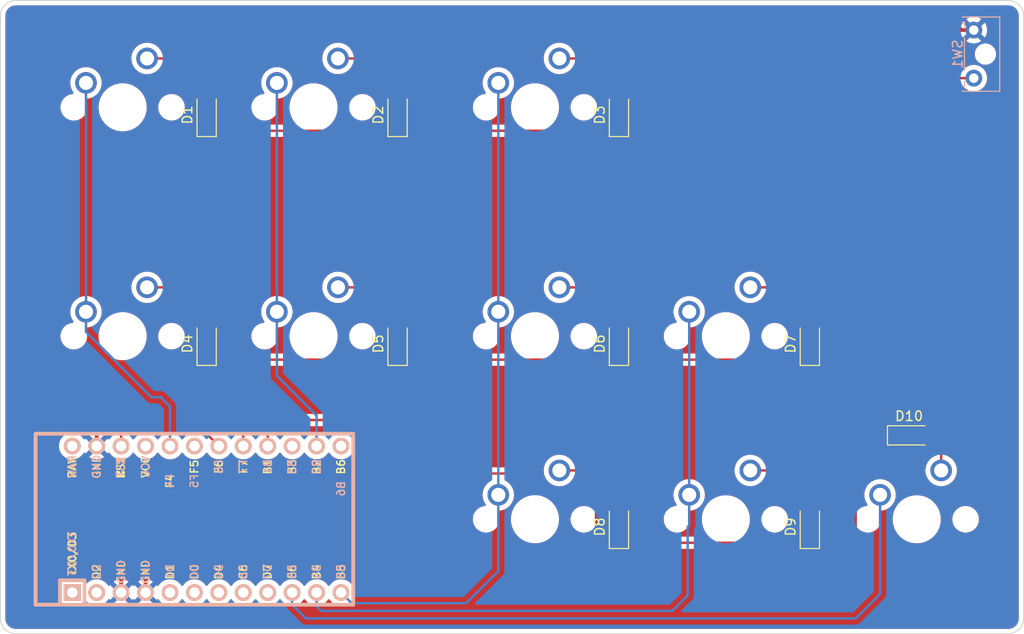
<source format=kicad_pcb>
(kicad_pcb (version 20211014) (generator pcbnew)
  (layers (0 "F.Cu" signal) (31 "B.Cu" signal) (34 "B.Paste" user) (35 "F.Paste" user) (36 "B.SilkS" user "B.Silkscreen") (37 "F.SilkS" user "F.Silkscreen") (38 "B.Mask" user) (39 "F.Mask" user) (44 "Edge.Cuts" user))
  (net 0 "")
  (net 1 "/ROW0")
  (net 2 "Net-(D1-Pad2)")
  (net 3 "Net-(D2-Pad2)")
  (net 4 "Net-(D3-Pad2)")
  (net 5 "/ROW1")
  (net 6 "Net-(D4-Pad2)")
  (net 7 "Net-(D5-Pad2)")
  (net 8 "Net-(D6-Pad2)")
  (net 9 "Net-(D7-Pad2)")
  (net 10 "/ROW2")
  (net 11 "Net-(D8-Pad2)")
  (net 12 "Net-(D9-Pad2)")
  (net 13 "Net-(D10-Pad2)")
  (net 14 "/COL0")
  (net 15 "/COL1")
  (net 16 "/COL2")
  (net 17 "/COL3")
  (net 18 "/COL4")
  (net 19 "GND")
  (net 20 "Net-(SW1-Pad1)")
  (net 28 "+5V")
  (footprint "Diode_SMD:D_SOD-123" (layer "F.Cu") (at 150.01875 73.81875 90)
    (fp_text reference "D4" (at 0 -2 90) (layer "F.SilkS"))
    (fp_text value "D_Small")
    (fp_line (start -2.25 -1) (end 1.65 -1) (layer "F.SilkS") (width 0.12))
    (fp_line (start -2.25 -1) (end -2.25 1) (layer "F.SilkS") (width 0.12))
    (fp_line (start -2.25 1) (end 1.65 1) (layer "F.SilkS") (width 0.12))
    (pad "1" smd rect (at -1.65 0 90) (size 0.9 1.2) (layers "F.Cu" "F.Paste" "F.Mask") (net 5 "/ROW1"))
    (pad "2" smd rect (at 1.65 0 90) (size 0.9 1.2) (layers "F.Cu" "F.Paste" "F.Mask") (net 6 "Net-(D4-Pad2)"))
  )
  (footprint "Diode_SMD:D_SOD-123" (layer "F.Cu") (at 212.725 73.81875 90)
    (fp_text reference "D7" (at 0 -2 90) (layer "F.SilkS"))
    (fp_text value "D_Small")
    (fp_line (start -2.25 -1) (end -2.25 1) (layer "F.SilkS") (width 0.12))
    (fp_line (start -2.25 1) (end 1.65 1) (layer "F.SilkS") (width 0.12))
    (fp_line (start -2.25 -1) (end 1.65 -1) (layer "F.SilkS") (width 0.12))
    (pad "1" smd rect (at -1.65 0 90) (size 0.9 1.2) (layers "F.Cu" "F.Paste" "F.Mask") (net 5 "/ROW1"))
    (pad "2" smd rect (at 1.65 0 90) (size 0.9 1.2) (layers "F.Cu" "F.Paste" "F.Mask") (net 9 "Net-(D7-Pad2)"))
  )
  (footprint "MX_Only:MXOnly-1U-NoLED" (layer "F.Cu") (at 184.15 49.2125)
    (fp_text reference "MX3")
    (fp_text value "MX-NoLED")
    (pad "" np_thru_hole circle locked (at 0 0) (size 3.9878 3.9878) (drill 3.9878) (layers *.Cu *.Mask))
    (pad "" np_thru_hole circle locked (at -5.08 0 48.0996) (size 1.75 1.75) (drill 1.75) (layers *.Cu *.Mask))
    (pad "" np_thru_hole circle locked (at 5.08 0 48.0996) (size 1.75 1.75) (drill 1.75) (layers *.Cu *.Mask))
    (pad "1" thru_hole circle locked (at -3.81 -2.54) (size 2.25 2.25) (drill 1.47) (layers *.Cu "B.Mask") (net 16 "/COL2"))
    (pad "2" thru_hole circle locked (at 2.54 -5.08) (size 2.25 2.25) (drill 1.47) (layers *.Cu "B.Mask") (net 4 "Net-(D3-Pad2)"))
  )
  (footprint "MX_Only:MXOnly-1U-NoLED" (layer "F.Cu") (at 203.99375 73.025)
    (fp_text reference "MX7")
    (fp_text value "MX-NoLED")
    (pad "" np_thru_hole circle locked (at 5.08 0 48.0996) (size 1.75 1.75) (drill 1.75) (layers *.Cu *.Mask))
    (pad "" np_thru_hole circle locked (at 0 0) (size 3.9878 3.9878) (drill 3.9878) (layers *.Cu *.Mask))
    (pad "" np_thru_hole circle locked (at -5.08 0 48.0996) (size 1.75 1.75) (drill 1.75) (layers *.Cu *.Mask))
    (pad "1" thru_hole circle locked (at -3.81 -2.54) (size 2.25 2.25) (drill 1.47) (layers *.Cu "B.Mask") (net 17 "/COL3"))
    (pad "2" thru_hole circle locked (at 2.54 -5.08) (size 2.25 2.25) (drill 1.47) (layers *.Cu "B.Mask") (net 9 "Net-(D7-Pad2)"))
  )
  (footprint "MX_Only:MXOnly-1U-NoLED" (layer "F.Cu") (at 161.13125 73.025)
    (fp_text reference "MX5")
    (fp_text value "MX-NoLED")
    (pad "" np_thru_hole circle locked (at 5.08 0 48.0996) (size 1.75 1.75) (drill 1.75) (layers *.Cu *.Mask))
    (pad "" np_thru_hole circle locked (at -5.08 0 48.0996) (size 1.75 1.75) (drill 1.75) (layers *.Cu *.Mask))
    (pad "" np_thru_hole circle locked (at 0 0) (size 3.9878 3.9878) (drill 3.9878) (layers *.Cu *.Mask))
    (pad "1" thru_hole circle locked (at -3.81 -2.54) (size 2.25 2.25) (drill 1.47) (layers *.Cu "B.Mask") (net 15 "/COL1"))
    (pad "2" thru_hole circle locked (at 2.54 -5.08) (size 2.25 2.25) (drill 1.47) (layers *.Cu "B.Mask") (net 7 "Net-(D5-Pad2)"))
  )
  (footprint "MX_Only:MXOnly-1U-NoLED" (layer "F.Cu") (at 161.13125 49.2125)
    (fp_text reference "MX2")
    (fp_text value "MX-NoLED")
    (pad "" np_thru_hole circle locked (at 5.08 0 48.0996) (size 1.75 1.75) (drill 1.75) (layers *.Cu *.Mask))
    (pad "" np_thru_hole circle locked (at 0 0) (size 3.9878 3.9878) (drill 3.9878) (layers *.Cu *.Mask))
    (pad "" np_thru_hole circle locked (at -5.08 0 48.0996) (size 1.75 1.75) (drill 1.75) (layers *.Cu *.Mask))
    (pad "1" thru_hole circle locked (at -3.81 -2.54) (size 2.25 2.25) (drill 1.47) (layers *.Cu "B.Mask") (net 15 "/COL1"))
    (pad "2" thru_hole circle locked (at 2.54 -5.08) (size 2.25 2.25) (drill 1.47) (layers *.Cu "B.Mask") (net 3 "Net-(D2-Pad2)"))
  )
  (footprint "MX_Only:MXOnly-1U-NoLED" (layer "F.Cu") (at 141.2875 73.025)
    (fp_text reference "MX4")
    (fp_text value "MX-NoLED")
    (pad "" np_thru_hole circle locked (at 0 0) (size 3.9878 3.9878) (drill 3.9878) (layers *.Cu *.Mask))
    (pad "" np_thru_hole circle locked (at -5.08 0 48.0996) (size 1.75 1.75) (drill 1.75) (layers *.Cu *.Mask))
    (pad "" np_thru_hole circle locked (at 5.08 0 48.0996) (size 1.75 1.75) (drill 1.75) (layers *.Cu *.Mask))
    (pad "1" thru_hole circle locked (at -3.81 -2.54) (size 2.25 2.25) (drill 1.47) (layers *.Cu "B.Mask") (net 14 "/COL0"))
    (pad "2" thru_hole circle locked (at 2.54 -5.08) (size 2.25 2.25) (drill 1.47) (layers *.Cu "B.Mask") (net 6 "Net-(D4-Pad2)"))
  )
  (footprint "MX_Only:MXOnly-1U-NoLED" (layer "F.Cu") (at 184.15 73.025)
    (fp_text reference "MX6")
    (fp_text value "MX-NoLED")
    (pad "" np_thru_hole circle locked (at -5.08 0 48.0996) (size 1.75 1.75) (drill 1.75) (layers *.Cu *.Mask))
    (pad "" np_thru_hole circle locked (at 5.08 0 48.0996) (size 1.75 1.75) (drill 1.75) (layers *.Cu *.Mask))
    (pad "" np_thru_hole circle locked (at 0 0) (size 3.9878 3.9878) (drill 3.9878) (layers *.Cu *.Mask))
    (pad "1" thru_hole circle locked (at -3.81 -2.54) (size 2.25 2.25) (drill 1.47) (layers *.Cu "B.Mask") (net 16 "/COL2"))
    (pad "2" thru_hole circle locked (at 2.54 -5.08) (size 2.25 2.25) (drill 1.47) (layers *.Cu "B.Mask") (net 8 "Net-(D6-Pad2)"))
  )
  (footprint "Diode_SMD:D_SOD-123" (layer "F.Cu") (at 192.88125 92.86875 90)
    (fp_text reference "D8" (at 0 -2 90) (layer "F.SilkS"))
    (fp_text value "D_Small")
    (fp_line (start -2.25 -1) (end 1.65 -1) (layer "F.SilkS") (width 0.12))
    (fp_line (start -2.25 1) (end 1.65 1) (layer "F.SilkS") (width 0.12))
    (fp_line (start -2.25 -1) (end -2.25 1) (layer "F.SilkS") (width 0.12))
    (pad "1" smd rect (at -1.65 0 90) (size 0.9 1.2) (layers "F.Cu" "F.Paste" "F.Mask") (net 10 "/ROW2"))
    (pad "2" smd rect (at 1.65 0 90) (size 0.9 1.2) (layers "F.Cu" "F.Paste" "F.Mask") (net 11 "Net-(D8-Pad2)"))
  )
  (footprint "Diode_SMD:D_SOD-123" (layer "F.Cu") (at 212.725 92.86875 90)
    (fp_text reference "D9" (at 0 -2 90) (layer "F.SilkS"))
    (fp_text value "D_Small")
    (fp_line (start -2.25 -1) (end 1.65 -1) (layer "F.SilkS") (width 0.12))
    (fp_line (start -2.25 1) (end 1.65 1) (layer "F.SilkS") (width 0.12))
    (fp_line (start -2.25 -1) (end -2.25 1) (layer "F.SilkS") (width 0.12))
    (pad "1" smd rect (at -1.65 0 90) (size 0.9 1.2) (layers "F.Cu" "F.Paste" "F.Mask") (net 10 "/ROW2"))
    (pad "2" smd rect (at 1.65 0 90) (size 0.9 1.2) (layers "F.Cu" "F.Paste" "F.Mask") (net 12 "Net-(D9-Pad2)"))
  )
  (footprint "Diode_SMD:D_SOD-123" (layer "F.Cu") (at 169.8625 73.81875 90)
    (fp_text reference "D5" (at 0 -2 90) (layer "F.SilkS"))
    (fp_text value "D_Small")
    (fp_line (start -2.25 -1) (end 1.65 -1) (layer "F.SilkS") (width 0.12))
    (fp_line (start -2.25 1) (end 1.65 1) (layer "F.SilkS") (width 0.12))
    (fp_line (start -2.25 -1) (end -2.25 1) (layer "F.SilkS") (width 0.12))
    (pad "1" smd rect (at -1.65 0 90) (size 0.9 1.2) (layers "F.Cu" "F.Paste" "F.Mask") (net 5 "/ROW1"))
    (pad "2" smd rect (at 1.65 0 90) (size 0.9 1.2) (layers "F.Cu" "F.Paste" "F.Mask") (net 7 "Net-(D5-Pad2)"))
  )
  (footprint "Diode_SMD:D_SOD-123" (layer "F.Cu") (at 192.88125 73.81875 90)
    (fp_text reference "D6" (at 0 -2 90) (layer "F.SilkS"))
    (fp_text value "D_Small")
    (fp_line (start -2.25 -1) (end 1.65 -1) (layer "F.SilkS") (width 0.12))
    (fp_line (start -2.25 1) (end 1.65 1) (layer "F.SilkS") (width 0.12))
    (fp_line (start -2.25 -1) (end -2.25 1) (layer "F.SilkS") (width 0.12))
    (pad "1" smd rect (at -1.65 0 90) (size 0.9 1.2) (layers "F.Cu" "F.Paste" "F.Mask") (net 5 "/ROW1"))
    (pad "2" smd rect (at 1.65 0 90) (size 0.9 1.2) (layers "F.Cu" "F.Paste" "F.Mask") (net 8 "Net-(D6-Pad2)"))
  )
  (footprint "MX_Only:MXOnly-1U-NoLED" (layer "F.Cu") (at 203.99375 92.075)
    (fp_text reference "MX9")
    (fp_text value "MX-NoLED")
    (pad "" np_thru_hole circle locked (at 0 0) (size 3.9878 3.9878) (drill 3.9878) (layers *.Cu *.Mask))
    (pad "" np_thru_hole circle locked (at 5.08 0 48.0996) (size 1.75 1.75) (drill 1.75) (layers *.Cu *.Mask))
    (pad "" np_thru_hole circle locked (at -5.08 0 48.0996) (size 1.75 1.75) (drill 1.75) (layers *.Cu *.Mask))
    (pad "1" thru_hole circle locked (at -3.81 -2.54) (size 2.25 2.25) (drill 1.47) (layers *.Cu "B.Mask") (net 17 "/COL3"))
    (pad "2" thru_hole circle locked (at 2.54 -5.08) (size 2.25 2.25) (drill 1.47) (layers *.Cu "B.Mask") (net 12 "Net-(D9-Pad2)"))
  )
  (footprint "MX_Only:MXOnly-1U-NoLED" (layer "F.Cu") (at 184.15 92.075)
    (fp_text reference "MX8")
    (fp_text value "MX-NoLED")
    (pad "" np_thru_hole circle locked (at 5.08 0 48.0996) (size 1.75 1.75) (drill 1.75) (layers *.Cu *.Mask))
    (pad "" np_thru_hole circle locked (at -5.08 0 48.0996) (size 1.75 1.75) (drill 1.75) (layers *.Cu *.Mask))
    (pad "" np_thru_hole circle locked (at 0 0) (size 3.9878 3.9878) (drill 3.9878) (layers *.Cu *.Mask))
    (pad "1" thru_hole circle locked (at -3.81 -2.54) (size 2.25 2.25) (drill 1.47) (layers *.Cu "B.Mask") (net 16 "/COL2"))
    (pad "2" thru_hole circle locked (at 2.54 -5.08) (size 2.25 2.25) (drill 1.47) (layers *.Cu "B.Mask") (net 11 "Net-(D8-Pad2)"))
  )
  (footprint "Diode_SMD:D_SOD-123" (layer "F.Cu") (at 150.01875 50.00625 90)
    (fp_text reference "D1" (at 0 -2 90) (layer "F.SilkS"))
    (fp_text value "D_Small")
    (fp_line (start -2.25 1) (end 1.65 1) (layer "F.SilkS") (width 0.12))
    (fp_line (start -2.25 -1) (end 1.65 -1) (layer "F.SilkS") (width 0.12))
    (fp_line (start -2.25 -1) (end -2.25 1) (layer "F.SilkS") (width 0.12))
    (pad "1" smd rect (at -1.65 0 90) (size 0.9 1.2) (layers "F.Cu" "F.Paste" "F.Mask") (net 1 "/ROW0"))
    (pad "2" smd rect (at 1.65 0 90) (size 0.9 1.2) (layers "F.Cu" "F.Paste" "F.Mask") (net 2 "Net-(D1-Pad2)"))
  )
  (footprint "Keebio-Parts:ArduinoProMicro" (layer "F.Cu") (at 150.01875 92.075)
    (fp_text reference "U1" hide)
    (fp_text value "ProMicro" hide)
    (fp_text user "GND" (at -8.89 5.461 90) (layer "B.SilkS") (effects (font (size 0.8 0.8)) (justify mirror)))
    (fp_text user "D0" (at -1.27 5.461 90) (layer "B.SilkS") (effects (font (size 0.8 0.8)) (justify mirror)))
    (fp_text user "F5" (at -1.27 -3.96875 90) (layer "B.SilkS") (effects (font (size 0.8 0.8)) (justify mirror)))
    (fp_text user "B1" (at 6.35 -5.461 90) (layer "B.SilkS") (effects (font (size 0.8 0.8)) (justify mirror)))
    (fp_text user "VCC" (at -6.35 -5.461 90) (layer "B.SilkS") (effects (font (size 0.8 0.8)) (justify mirror)))
    (fp_text user "F7" (at 3.81 -5.461 90) (layer "B.SilkS") (effects (font (size 0.8 0.8)) (justify mirror)))
    (fp_text user "C6" (at 3.81 5.461 90) (layer "B.SilkS") (effects (font (size 0.8 0.8)) (justify mirror)))
    (fp_text user "ST" (at -8.91 -5.04 90) (layer "B.SilkS") (effects (font (size 0.8 0.8)) (justify mirror)))
    (fp_text user "F4" (at -3.81 -3.96875 90) (layer "B.SilkS") (effects (font (size 0.8 0.8)) (justify mirror)))
    (fp_text user "RAW" (at -13.97 -5.461 90) (layer "B.SilkS") (effects (font (size 0.8 0.8)) (justify mirror)))
    (fp_text user "F6" (at 1.27 -5.461 90) (layer "B.SilkS") (effects (font (size 0.8 0.8)) (justify mirror)))
    (fp_text user "B6" (at 13.97 -3.175 90) (layer "B.SilkS") (effects (font (size 0.8 0.8)) (justify mirror)))
    (fp_text user "B2" (at 11.43 -5.461 90) (layer "B.SilkS") (effects (font (size 0.8 0.8)) (justify mirror)))
    (fp_text user "D1" (at -3.81 5.461 90) (layer "B.SilkS") (effects (font (size 0.8 0.8)) (justify mirror)))
    (fp_text user "D7" (at 6.35 5.461 90) (layer "B.SilkS") (effects (font (size 0.8 0.8)) (justify mirror)))
    (fp_text user "D2" (at -11.43 5.461 90) (layer "B.SilkS") (effects (font (size 0.8 0.8)) (justify mirror)))
    (fp_text user "B4" (at 11.43 5.461 90) (layer "B.SilkS") (effects (font (size 0.8 0.8)) (justify mirror)))
    (fp_text user "E6" (at 8.89 5.461 90) (layer "B.SilkS") (effects (font (size 0.8 0.8)) (justify mirror)))
    (fp_text user "B3" (at 8.89 -5.461 90) (layer "B.SilkS") (effects (font (size 0.8 0.8)) (justify mirror)))
    (fp_text user "GND" (at -6.35 5.461 90) (layer "B.SilkS") (effects (font (size 0.8 0.8)) (justify mirror)))
    (fp_text user "B5" (at 13.97 5.461 90) (layer "B.SilkS") (effects (font (size 0.8 0.8)) (justify mirror)))
    (fp_text user "TX0/D3" (at -13.97 3.571872 90) (layer "B.SilkS") (effects (font (size 0.8 0.8)) (justify mirror)))
    (fp_text user "D4" (at 1.27 5.461 90) (layer "B.SilkS") (effects (font (size 0.8 0.8)) (justify mirror)))
    (fp_text user "GND" (at -11.43 -5.461 90) (layer "B.SilkS") (effects (font (size 0.8 0.8)) (justify mirror)))
    (fp_text user "B4" (at 11.43 5.461 90) (layer "F.SilkS") (effects (font (size 0.8 0.8))))
    (fp_text user "GND" (at -6.35 5.461 90) (layer "F.SilkS") (effects (font (size 0.8 0.8))))
    (fp_text user "TX0/D3" (at -13.97 3.571872 90) (layer "F.SilkS") (effects (font (size 0.8 0.8))))
    (fp_text user "ST" (at -8.92 -5.73312 90) (layer "F.SilkS") (effects (font (size 0.8 0.8))))
    (fp_text user "D4" (at 1.27 5.461 90) (layer "F.SilkS") (effects (font (size 0.8 0.8))))
    (fp_text user "E6" (at 8.89 5.461 90) (layer "F.SilkS") (effects (font (size 0.8 0.8))))
    (fp_text user "RAW" (at -13.97 -5.461 90) (layer "F.SilkS") (effects (font (size 0.8 0.8))))
    (fp_text user "B2" (at 11.43 -5.461 90) (layer "F.SilkS") (effects (font (size 0.8 0.8))))
    (fp_text user "B6" (at 13.97 -5.461 90) (layer "F.SilkS") (effects (font (size 0.8 0.8))))
    (fp_text user "F6" (at 1.27 -5.461 90) (layer "F.SilkS") (effects (font (size 0.8 0.8))))
    (fp_text user "F7" (at 3.81 -5.461 90) (layer "F.SilkS") (effects (font (size 0.8 0.8))))
    (fp_text user "D2" (at -11.43 5.461 90) (layer "F.SilkS") (effects (font (size 0.8 0.8))))
    (fp_text user "C6" (at 3.81 5.461 90) (layer "F.SilkS") (effects (font (size 0.8 0.8))))
    (fp_text user "D7" (at 6.35 5.461 90) (layer "F.SilkS") (effects (font (size 0.8 0.8))))
    (fp_text user "B5" (at 13.97 5.461 90) (layer "F.SilkS") (effects (font (size 0.8 0.8))))
    (fp_text user "B3" (at 8.89 -5.461 90) (layer "F.SilkS") (effects (font (size 0.8 0.8))))
    (fp_text user "GND" (at -11.43 -5.461 90) (layer "F.SilkS") (effects (font (size 0.8 0.8))))
    (fp_text user "VCC" (at -6.35 -5.461 90) (layer "F.SilkS") (effects (font (size 0.8 0.8))))
    (fp_text user "F4" (at -3.81 -3.96875 90) (layer "F.SilkS") (effects (font (size 0.8 0.8))))
    (fp_text user "GND" (at -8.89 5.461 90) (layer "F.SilkS") (effects (font (size 0.8 0.8))))
    (fp_text user "F5" (at -1.27 -5.461 90) (layer "F.SilkS") (effects (font (size 0.8 0.8))))
    (fp_text user "D0" (at -1.27 5.461 90) (layer "F.SilkS") (effects (font (size 0.8 0.8))))
    (fp_text user "D1" (at -3.81 5.461 90) (layer "F.SilkS") (effects (font (size 0.8 0.8))))
    (fp_text user "B1" (at 6.35 -5.461 90) (layer "F.SilkS") (effects (font (size 0.8 0.8))))
    (fp_line (start -12.7 6.35) (end -12.7 8.89) (layer "B.SilkS") (width 0.381))
    (fp_line (start 15.24 8.89) (end 15.24 -8.89) (layer "B.SilkS") (width 0.381))
    (fp_line (start -15.24 6.35) (end -12.7 6.35) (layer "B.SilkS") (width 0.381))
    (fp_line (start 15.24 -8.89) (end -17.78 -8.89) (layer "B.SilkS") (width 0.381))
    (fp_line (start -17.78 8.89) (end 15.24 8.89) (layer "B.SilkS") (width 0.381))
    (fp_line (start -15.24 6.35) (end -15.24 8.89) (layer "B.SilkS") (width 0.381))
    (fp_line (start -17.78 -8.89) (end -17.78 8.89) (layer "B.SilkS") (width 0.381))
    (fp_poly (pts (xy -8.75097 -5.844635) (xy -8.55097 -5.844635) (xy -8.55097 -5.944635) (xy -8.75097 -5.944635)) (layer "B.SilkS") (width 0.15) (fill solid))
    (fp_poly (pts (xy -9.35097 -6.244635) (xy -8.55097 -6.244635) (xy -8.55097 -6.344635) (xy -9.35097 -6.344635)) (layer "B.SilkS") (width 0.15) (fill solid))
    (fp_poly (pts (xy -9.35097 -5.844635) (xy -9.25097 -5.844635) (xy -9.25097 -6.344635) (xy -9.35097 -6.344635)) (layer "B.SilkS") (width 0.15) (fill solid))
    (fp_poly (pts (xy -9.35097 -5.844635) (xy -9.05097 -5.844635) (xy -9.05097 -5.944635) (xy -9.35097 -5.944635)) (layer "B.SilkS") (width 0.15) (fill solid))
    (fp_poly (pts (xy -8.95097 -6.044635) (xy -8.85097 -6.044635) (xy -8.85097 -6.144635) (xy -8.95097 -6.144635)) (layer "B.SilkS") (width 0.15) (fill solid))
    (fp_line (start -15.24 6.35) (end -12.7 6.35) (layer "F.SilkS") (width 0.381))
    (fp_line (start -12.7 6.35) (end -12.7 8.89) (layer "F.SilkS") (width 0.381))
    (fp_line (start 15.24 8.89) (end 15.24 -8.89) (layer "F.SilkS") (width 0.381))
    (fp_line (start -17.78 -8.89) (end -17.78 8.89) (layer "F.SilkS") (width 0.381))
    (fp_line (start -15.24 8.89) (end 15.24 8.89) (layer "F.SilkS") (width 0.381))
    (fp_line (start 15.24 -8.89) (end -15.24 -8.89) (layer "F.SilkS") (width 0.381))
    (fp_line (start -15.24 -8.89) (end -17.78 -8.89) (layer "F.SilkS") (width 0.381))
    (fp_line (start -15.24 6.35) (end -15.24 8.89) (layer "F.SilkS") (width 0.381))
    (fp_line (start -17.78 8.89) (end -15.24 8.89) (layer "F.SilkS") (width 0.381))
    (fp_poly (pts (xy -8.76064 -4.931568) (xy -8.56064 -4.931568) (xy -8.56064 -4.831568) (xy -8.76064 -4.831568)) (layer "F.SilkS") (width 0.15) (fill solid))
    (fp_poly (pts (xy -8.96064 -4.731568) (xy -8.86064 -4.731568) (xy -8.86064 -4.631568) (xy -8.96064 -4.631568)) (layer "F.SilkS") (width 0.15) (fill solid))
    (fp_poly (pts (xy -9.36064 -4.531568) (xy -8.56064 -4.531568) (xy -8.56064 -4.431568) (xy -9.36064 -4.431568)) (layer "F.SilkS") (width 0.15) (fill solid))
    (fp_poly (pts (xy -9.36064 -4.931568) (xy -9.06064 -4.931568) (xy -9.06064 -4.831568) (xy -9.36064 -4.831568)) (layer "F.SilkS") (width 0.15) (fill solid))
    (fp_poly (pts (xy -9.36064 -4.931568) (xy -9.26064 -4.931568) (xy -9.26064 -4.431568) (xy -9.36064 -4.431568)) (layer "F.SilkS") (width 0.15) (fill solid))
    (pad "1" thru_hole rect locked (at -13.97 7.62) (size 1.7526 1.7526) (drill 1.0922) (layers *.Cu *.SilkS *.Mask))
    (pad "2" thru_hole circle locked (at -11.43 7.62) (size 1.7526 1.7526) (drill 1.0922) (layers *.Cu *.SilkS *.Mask))
    (pad "3" thru_hole circle locked (at -8.89 7.62) (size 1.7526 1.7526) (drill 1.0922) (layers *.Cu *.SilkS *.Mask) (net 19 "GND"))
    (pad "4" thru_hole circle locked (at -6.35 7.62) (size 1.7526 1.7526) (drill 1.0922) (layers *.Cu *.SilkS *.Mask) (net 19 "GND"))
    (pad "5" thru_hole circle locked (at -3.81 7.62) (size 1.7526 1.7526) (drill 1.0922) (layers *.Cu *.SilkS *.Mask))
    (pad "6" thru_hole circle locked (at -1.27 7.62) (size 1.7526 1.7526) (drill 1.0922) (layers *.Cu *.SilkS *.Mask))
    (pad "7" thru_hole circle locked (at 1.27 7.62) (size 1.7526 1.7526) (drill 1.0922) (layers *.Cu *.SilkS *.Mask))
    (pad "8" thru_hole circle locked (at 3.81 7.62) (size 1.7526 1.7526) (drill 1.0922) (layers *.Cu *.SilkS *.Mask))
    (pad "9" thru_hole circle locked (at 6.35 7.62) (size 1.7526 1.7526) (drill 1.0922) (layers *.Cu *.SilkS *.Mask))
    (pad "10" thru_hole circle locked (at 8.89 7.62) (size 1.7526 1.7526) (drill 1.0922) (layers *.Cu *.SilkS *.Mask) (net 18 "/COL4"))
    (pad "11" thru_hole circle locked (at 11.43 7.62) (size 1.7526 1.7526) (drill 1.0922) (layers *.Cu *.SilkS *.Mask) (net 17 "/COL3"))
    (pad "12" thru_hole circle locked (at 13.97 7.62) (size 1.7526 1.7526) (drill 1.0922) (layers *.Cu *.SilkS *.Mask) (net 16 "/COL2"))
    (pad "13" thru_hole circle locked (at 13.97 -7.62) (size 1.7526 1.7526) (drill 1.0922) (layers *.Cu *.SilkS *.Mask))
    (pad "14" thru_hole circle locked (at 11.43 -7.62) (size 1.7526 1.7526) (drill 1.0922) (layers *.Cu *.SilkS *.Mask) (net 15 "/COL1"))
    (pad "15" thru_hole circle locked (at 8.89 -7.62) (size 1.7526 1.7526) (drill 1.0922) (layers *.Cu *.SilkS *.Mask))
    (pad "16" thru_hole circle locked (at 6.35 -7.62) (size 1.7526 1.7526) (drill 1.0922) (layers *.Cu *.SilkS *.Mask) (net 10 "/ROW2"))
    (pad "17" thru_hole circle locked (at 3.81 -7.62) (size 1.7526 1.7526) (drill 1.0922) (layers *.Cu *.SilkS *.Mask) (net 5 "/ROW1"))
    (pad "18" thru_hole circle locked (at 1.27 -7.62) (size 1.7526 1.7526) (drill 1.0922) (layers *.Cu *.SilkS *.Mask) (net 1 "/ROW0"))
    (pad "19" thru_hole circle locked (at -1.27 -7.62) (size 1.7526 1.7526) (drill 1.0922) (layers *.Cu *.SilkS *.Mask))
    (pad "20" thru_hole circle locked (at -3.81 -7.62) (size 1.7526 1.7526) (drill 1.0922) (layers *.Cu *.SilkS *.Mask) (net 14 "/COL0"))
    (pad "21" thru_hole circle locked (at -6.35 -7.62) (size 1.7526 1.7526) (drill 1.0922) (layers *.Cu *.SilkS *.Mask) (net 28 "+5V"))
    (pad "22" thru_hole circle locked (at -8.89 -7.62) (size 1.7526 1.7526) (drill 1.0922) (layers *.Cu *.SilkS *.Mask) (net 20 "Net-(SW1-Pad1)"))
    (pad "23" thru_hole circle locked (at -11.43 -7.62) (size 1.7526 1.7526) (drill 1.0922) (layers *.Cu *.SilkS *.Mask) (net 19 "GND"))
    (pad "24" thru_hole circle locked (at -13.97 -7.62) (size 1.7526 1.7526) (drill 1.0922) (layers *.Cu *.SilkS *.Mask))
  )
  (footprint "F14:f14" (layer "F.Cu") (at 208.75625 52.3875)
    (fp_text reference "G***" hide)
    (fp_text value "LOGO" hide)
  )
  (footprint "Diode_SMD:D_SOD-123" (layer "F.Cu") (at 192.88125 50.00625 90)
    (fp_text reference "D3" (at 0 -2 90) (layer "F.SilkS"))
    (fp_text value "D_Small")
    (fp_line (start -2.25 1) (end 1.65 1) (layer "F.SilkS") (width 0.12))
    (fp_line (start -2.25 -1) (end -2.25 1) (layer "F.SilkS") (width 0.12))
    (fp_line (start -2.25 -1) (end 1.65 -1) (layer "F.SilkS") (width 0.12))
    (pad "1" smd rect (at -1.65 0 90) (size 0.9 1.2) (layers "F.Cu" "F.Paste" "F.Mask") (net 1 "/ROW0"))
    (pad "2" smd rect (at 1.65 0 90) (size 0.9 1.2) (layers "F.Cu" "F.Paste" "F.Mask") (net 4 "Net-(D3-Pad2)"))
  )
  (footprint "MX_Only:MXOnly-1U-NoLED" (layer "F.Cu") (at 223.8375 92.075)
    (fp_text reference "MX10")
    (fp_text value "MX-NoLED")
    (pad "" np_thru_hole circle locked (at 0 0) (size 3.9878 3.9878) (drill 3.9878) (layers *.Cu *.Mask))
    (pad "" np_thru_hole circle locked (at 5.08 0 48.0996) (size 1.75 1.75) (drill 1.75) (layers *.Cu *.Mask))
    (pad "" np_thru_hole circle locked (at -5.08 0 48.0996) (size 1.75 1.75) (drill 1.75) (layers *.Cu *.Mask))
    (pad "1" thru_hole circle locked (at -3.81 -2.54) (size 2.25 2.25) (drill 1.47) (layers *.Cu "B.Mask") (net 18 "/COL4"))
    (pad "2" thru_hole circle locked (at 2.54 -5.08) (size 2.25 2.25) (drill 1.47) (layers *.Cu "B.Mask") (net 13 "Net-(D10-Pad2)"))
  )
  (footprint "Diode_SMD:D_SOD-123" (layer "F.Cu") (at 169.8625 50.00625 90)
    (fp_text reference "D2" (at 0 -2 90) (layer "F.SilkS"))
    (fp_text value "D_Small")
    (fp_line (start -2.25 -1) (end -2.25 1) (layer "F.SilkS") (width 0.12))
    (fp_line (start -2.25 1) (end 1.65 1) (layer "F.SilkS") (width 0.12))
    (fp_line (start -2.25 -1) (end 1.65 -1) (layer "F.SilkS") (width 0.12))
    (pad "1" smd rect (at -1.65 0 90) (size 0.9 1.2) (layers "F.Cu" "F.Paste" "F.Mask") (net 1 "/ROW0"))
    (pad "2" smd rect (at 1.65 0 90) (size 0.9 1.2) (layers "F.Cu" "F.Paste" "F.Mask") (net 3 "Net-(D2-Pad2)"))
  )
  (footprint "MX_Only:MXOnly-1U-NoLED" (layer "F.Cu") (at 141.2875 49.2125)
    (fp_text reference "MX1")
    (fp_text value "MX-NoLED")
    (pad "" np_thru_hole circle locked (at 0 0) (size 3.9878 3.9878) (drill 3.9878) (layers *.Cu *.Mask))
    (pad "" np_thru_hole circle locked (at -5.08 0 48.0996) (size 1.75 1.75) (drill 1.75) (layers *.Cu *.Mask))
    (pad "" np_thru_hole circle locked (at 5.08 0 48.0996) (size 1.75 1.75) (drill 1.75) (layers *.Cu *.Mask))
    (pad "1" thru_hole circle locked (at -3.81 -2.54) (size 2.25 2.25) (drill 1.47) (layers *.Cu "B.Mask") (net 14 "/COL0"))
    (pad "2" thru_hole circle locked (at 2.54 -5.08) (size 2.25 2.25) (drill 1.47) (layers *.Cu "B.Mask") (net 2 "Net-(D1-Pad2)"))
  )
  (footprint "Diode_SMD:D_SOD-123" (layer "F.Cu") (at 223.04375 83.34375)
    (fp_text reference "D10" (at 0 -2) (layer "F.SilkS"))
    (fp_text value "D_Small")
    (fp_line (start -2.25 -1) (end -2.25 1) (layer "F.SilkS") (width 0.12))
    (fp_line (start -2.25 -1) (end 1.65 -1) (layer "F.SilkS") (width 0.12))
    (fp_line (start -2.25 1) (end 1.65 1) (layer "F.SilkS") (width 0.12))
    (pad "1" smd rect (at -1.65 0) (size 0.9 1.2) (layers "F.Cu" "F.Paste" "F.Mask") (net 10 "/ROW2"))
    (pad "2" smd rect (at 1.65 0) (size 0.9 1.2) (layers "F.Cu" "F.Paste" "F.Mask") (net 13 "Net-(D10-Pad2)"))
  )
  (footprint "Keebio-Parts:SW_Tactile_SPST_Angled_MJTP1117-no-mount" (layer "B.Cu") (at 229.76875 46.18125 90)
    (fp_text reference "SW1" (at 2.5 -1.68 90) (layer "B.SilkS") (effects (justify mirror)))
    (fp_text value "SW_Push")
    (fp_line (start 5.84 -0.97) (end 5.84 -1.2) (layer "B.SilkS") (width 0.12))
    (fp_line (start 5.3 -0.97) (end 5.84 -0.97) (layer "B.SilkS") (width 0.12))
    (fp_line (start 0.8 -0.97) (end 4.2 -0.97) (layer "B.SilkS") (width 0.12))
    (fp_line (start 6.36 2.7) (end 6.36 -1.2) (layer "B.SilkS") (width 0.12))
    (fp_line (start -1.36 2.7) (end -1.36 -1.2) (layer "B.SilkS") (width 0.12))
    (fp_line (start -0.84 -0.97) (end -0.3 -0.97) (layer "B.SilkS") (width 0.12))
    (fp_line (start -0.84 -0.97) (end -0.84 -1.2) (layer "B.SilkS") (width 0.12))
    (fp_line (start -1.36 2.7) (end 6.36 2.7) (layer "B.SilkS") (width 0.12))
    (pad "" np_thru_hole circle locked (at 2.5 1.21 90) (size 1.2 1.2) (drill 1.2) (layers *.Cu *.Mask))
    (pad "1" thru_hole circle locked (at 0 0 90) (size 1.75 1.75) (drill 0.99) (layers *.Cu *.Mask) (net 20 "Net-(SW1-Pad1)"))
    (pad "2" thru_hole circle locked (at 5 0 90) (size 1.75 1.75) (drill 0.99) (layers *.Cu *.Mask) (net 19 "GND"))
  )
  (footprint "F14:F14firing" (layer "B.Cu") (at 215.9 51.835327 180)
    (fp_text reference "G***" hide)
    (fp_text value "LOGO" hide)
  )
  (gr_line (start 128.5875 102.39375) (end 128.5875 39.6875) (layer "Edge.Cuts") (width 0.1))
  (gr_arc (start 128.5875 39.6875) (mid 129.052468 38.564968) (end 130.175 38.1) (layer "Edge.Cuts") (width 0.1))
  (gr_line (start 234.95 39.6875) (end 234.95 102.39375) (layer "Edge.Cuts") (width 0.1))
  (gr_arc (start 130.175 103.98125) (mid 129.052468 103.516282) (end 128.5875 102.39375) (layer "Edge.Cuts") (width 0.1))
  (gr_arc (start 233.3625 38.1) (mid 234.485032 38.564968) (end 234.95 39.6875) (layer "Edge.Cuts") (width 0.1))
  (gr_line (start 130.175 38.1) (end 233.3625 38.1) (layer "Edge.Cuts") (width 0.1))
  (gr_line (start 233.3625 103.98125) (end 130.175 103.98125) (layer "Edge.Cuts") (width 0.1))
  (gr_arc (start 234.95 102.39375) (mid 234.485032 103.516282) (end 233.3625 103.98125) (layer "Edge.Cuts") (width 0.1))
  (segment (start 149.092239 82.258489) (end 151.28875 84.455) (width 0.254) (layer "F.Cu") (net 1))
  (segment (start 150.945261 52.582761) (end 150.945261 72.839217) (width 0.254) (layer "F.Cu") (net 1))
  (segment (start 150.01875 51.65625) (end 150.945261 52.582761) (width 0.254) (layer "F.Cu") (net 1))
  (segment (start 192.88125 51.65625) (end 150.01875 51.65625) (width 0.254) (layer "F.Cu") (net 1))
  (segment (start 150.945261 72.839217) (end 149.092239 74.692239) (width 0.254) (layer "F.Cu") (net 1))
  (segment (start 149.092239 74.692239) (end 149.092239 82.258489) (width 0.254) (layer "F.Cu") (net 1))
  (segment (start 148.11375 44.1325) (end 150.01875 46.0375) (width 0.254) (layer "F.Cu") (net 2))
  (segment (start 143.8275 44.1325) (end 148.11375 44.1325) (width 0.254) (layer "F.Cu") (net 2))
  (segment (start 150.01875 46.0375) (end 150.01875 48.35625) (width 0.254) (layer "F.Cu") (net 2))
  (segment (start 163.67125 44.1325) (end 167.9575 44.1325) (width 0.254) (layer "F.Cu") (net 3))
  (segment (start 167.9575 44.1325) (end 169.8625 46.0375) (width 0.254) (layer "F.Cu") (net 3))
  (segment (start 169.8625 46.0375) (end 169.8625 48.35625) (width 0.254) (layer "F.Cu") (net 3))
  (segment (start 186.69 44.1325) (end 190.97625 44.1325) (width 0.254) (layer "F.Cu") (net 4))
  (segment (start 192.88125 46.0375) (end 192.88125 48.35625) (width 0.254) (layer "F.Cu") (net 4))
  (segment (start 190.97625 44.1325) (end 192.88125 46.0375) (width 0.254) (layer "F.Cu") (net 4))
  (segment (start 150.8125 82.55) (end 153.19375 82.55) (width 0.254) (layer "F.Cu") (net 5))
  (segment (start 150.01875 75.46875) (end 150.01875 81.75625) (width 0.254) (layer "F.Cu") (net 5))
  (segment (start 153.19375 82.55) (end 153.82875 83.185) (width 0.254) (layer "F.Cu") (net 5))
  (segment (start 153.82875 83.185) (end 153.82875 84.455) (width 0.254) (layer "F.Cu") (net 5))
  (segment (start 150.01875 81.75625) (end 150.8125 82.55) (width 0.254) (layer "F.Cu") (net 5))
  (segment (start 212.725 75.46875) (end 150.01875 75.46875) (width 0.254) (layer "F.Cu") (net 5))
  (segment (start 148.11375 67.945) (end 150.01875 69.85) (width 0.254) (layer "F.Cu") (net 6))
  (segment (start 150.01875 69.85) (end 150.01875 72.16875) (width 0.254) (layer "F.Cu") (net 6))
  (segment (start 143.8275 67.945) (end 148.11375 67.945) (width 0.254) (layer "F.Cu") (net 6))
  (segment (start 167.9575 67.945) (end 169.8625 69.85) (width 0.254) (layer "F.Cu") (net 7))
  (segment (start 163.67125 67.945) (end 167.9575 67.945) (width 0.254) (layer "F.Cu") (net 7))
  (segment (start 169.8625 69.85) (end 169.8625 72.16875) (width 0.254) (layer "F.Cu") (net 7))
  (segment (start 190.97625 67.945) (end 192.88125 69.85) (width 0.254) (layer "F.Cu") (net 8))
  (segment (start 186.69 67.945) (end 190.97625 67.945) (width 0.254) (layer "F.Cu") (net 8))
  (segment (start 192.88125 69.85) (end 192.88125 72.16875) (width 0.254) (layer "F.Cu") (net 8))
  (segment (start 212.725 69.85) (end 212.725 72.16875) (width 0.254) (layer "F.Cu") (net 9))
  (segment (start 210.82 67.945) (end 212.725 69.85) (width 0.254) (layer "F.Cu") (net 9))
  (segment (start 206.53375 67.945) (end 210.82 67.945) (width 0.254) (layer "F.Cu") (net 9))
  (segment (start 215.8375 94.51875) (end 212.725 94.51875) (width 0.254) (layer "F.Cu") (net 10))
  (segment (start 157.1625 81.75625) (end 156.36875 82.55) (width 0.254) (layer "F.Cu") (net 10))
  (segment (start 156.36875 82.55) (end 156.36875 84.455) (width 0.254) (layer "F.Cu") (net 10))
  (segment (start 221.39375 83.34375) (end 218.28125 83.34375) (width 0.254) (layer "F.Cu") (net 10))
  (segment (start 190.5 89.69375) (end 189.70625 88.9) (width 0.254) (layer "F.Cu") (net 10))
  (segment (start 189.70625 88.9) (end 183.35625 88.9) (width 0.254) (layer "F.Cu") (net 10))
  (segment (start 183.35625 88.9) (end 181.76875 87.3125) (width 0.254) (layer "F.Cu") (net 10))
  (segment (start 192.88125 94.51875) (end 191.35625 94.51875) (width 0.254) (layer "F.Cu") (net 10))
  (segment (start 217.4875 92.86875) (end 215.8375 94.51875) (width 0.254) (layer "F.Cu") (net 10))
  (segment (start 173.0375 87.3125) (end 167.48125 81.75625) (width 0.254) (layer "F.Cu") (net 10))
  (segment (start 190.5 93.6625) (end 190.5 89.69375) (width 0.254) (layer "F.Cu") (net 10))
  (segment (start 212.725 94.51875) (end 192.88125 94.51875) (width 0.254) (layer "F.Cu") (net 10))
  (segment (start 181.76875 87.3125) (end 173.0375 87.3125) (width 0.254) (layer "F.Cu") (net 10))
  (segment (start 218.28125 83.34375) (end 217.4875 84.1375) (width 0.254) (layer "F.Cu") (net 10))
  (segment (start 191.35625 94.51875) (end 190.5 93.6625) (width 0.254) (layer "F.Cu") (net 10))
  (segment (start 167.48125 81.75625) (end 163.5125 81.75625) (width 0.254) (layer "F.Cu") (net 10))
  (segment (start 163.5125 81.75625) (end 157.1625 81.75625) (width 0.254) (layer "F.Cu") (net 10))
  (segment (start 217.4875 84.1375) (end 217.4875 92.86875) (width 0.254) (layer "F.Cu") (net 10))
  (segment (start 186.69 86.995) (end 190.97625 86.995) (width 0.254) (layer "F.Cu") (net 11))
  (segment (start 190.97625 86.995) (end 192.88125 88.9) (width 0.254) (layer "F.Cu") (net 11))
  (segment (start 192.88125 88.9) (end 192.88125 91.21875) (width 0.254) (layer "F.Cu") (net 11))
  (segment (start 206.53375 86.995) (end 210.02625 86.995) (width 0.254) (layer "F.Cu") (net 12))
  (segment (start 212.725 89.69375) (end 212.725 91.21875) (width 0.254) (layer "F.Cu") (net 12))
  (segment (start 210.02625 86.995) (end 212.725 89.69375) (width 0.254) (layer "F.Cu") (net 12))
  (segment (start 226.3775 83.5025) (end 226.21875 83.34375) (width 0.254) (layer "F.Cu") (net 13))
  (segment (start 226.21875 83.34375) (end 224.69375 83.34375) (width 0.254) (layer "F.Cu") (net 13))
  (segment (start 226.3775 86.995) (end 226.3775 83.5025) (width 0.254) (layer "F.Cu") (net 13))
  (segment (start 137.4775 72.567283) (end 144.285217 79.375) (width 0.254) (layer "B.Cu") (net 14))
  (segment (start 145.25625 79.375) (end 146.20875 80.3275) (width 0.254) (layer "B.Cu") (net 14))
  (segment (start 144.285217 79.375) (end 145.25625 79.375) (width 0.254) (layer "B.Cu") (net 14))
  (segment (start 146.20875 80.3275) (end 146.20875 84.455) (width 0.254) (layer "B.Cu") (net 14))
  (segment (start 137.4775 46.6725) (end 137.4775 70.485) (width 0.254) (layer "B.Cu") (net 14))
  (segment (start 137.4775 70.485) (end 137.4775 72.567283) (width 0.254) (layer "B.Cu") (net 14))
  (segment (start 157.32125 46.6725) (end 157.32125 70.485) (width 0.254) (layer "B.Cu") (net 15))
  (segment (start 157.32125 70.485) (end 157.32125 77.1525) (width 0.254) (layer "B.Cu") (net 15))
  (segment (start 161.44875 81.28) (end 161.44875 84.455) (width 0.254) (layer "B.Cu") (net 15))
  (segment (start 157.32125 77.1525) (end 161.44875 81.28) (width 0.254) (layer "B.Cu") (net 15))
  (segment (start 180.34 97.4725) (end 177.00625 100.80625) (width 0.254) (layer "B.Cu") (net 16))
  (segment (start 165.1 100.80625) (end 163.98875 99.695) (width 0.254) (layer "B.Cu") (net 16))
  (segment (start 180.34 89.535) (end 180.34 97.4725) (width 0.254) (layer "B.Cu") (net 16))
  (segment (start 180.34 46.6725) (end 180.34 89.535) (width 0.254) (layer "B.Cu") (net 16))
  (segment (start 177.00625 100.80625) (end 165.1 100.80625) (width 0.254) (layer "B.Cu") (net 16))
  (segment (start 161.925 101.6) (end 161.44875 101.12375) (width 0.254) (layer "B.Cu") (net 17))
  (segment (start 198.4375 101.6) (end 161.925 101.6) (width 0.254) (layer "B.Cu") (net 17))
  (segment (start 200.18375 92.71) (end 200.025 92.86875) (width 0.254) (layer "B.Cu") (net 17))
  (segment (start 200.18375 89.535) (end 200.18375 92.71) (width 0.254) (layer "B.Cu") (net 17))
  (segment (start 200.025 92.86875) (end 200.025 100.0125) (width 0.254) (layer "B.Cu") (net 17))
  (segment (start 200.025 100.0125) (end 198.4375 101.6) (width 0.254) (layer "B.Cu") (net 17))
  (segment (start 161.44875 101.12375) (end 161.44875 99.695) (width 0.254) (layer "B.Cu") (net 17))
  (segment (start 200.18375 70.485) (end 200.18375 89.535) (width 0.254) (layer "B.Cu") (net 17))
  (segment (start 158.90875 100.965) (end 158.90875 99.695) (width 0.254) (layer "B.Cu") (net 18))
  (segment (start 160.3375 102.39375) (end 158.90875 100.965) (width 0.254) (layer "B.Cu") (net 18))
  (segment (start 217.4875 102.39375) (end 160.3375 102.39375) (width 0.254) (layer "B.Cu") (net 18))
  (segment (start 220.0275 99.85375) (end 217.4875 102.39375) (width 0.254) (layer "B.Cu") (net 18))
  (segment (start 220.0275 89.535) (end 220.0275 99.85375) (width 0.254) (layer "B.Cu") (net 18))
  (segment (start 137.31875 80.9625) (end 138.58875 82.2325) (width 0.381) (layer "F.Cu") (net 19))
  (segment (start 229.76875 41.18125) (end 228.50625 41.18125) (width 0.381) (layer "F.Cu") (net 19))
  (segment (start 138.58875 84.455) (end 141.12875 86.995) (width 0.381) (layer "F.Cu") (net 19))
  (segment (start 141.12875 86.995) (end 141.12875 92.23375) (width 0.381) (layer "F.Cu") (net 19))
  (segment (start 138.58875 82.2325) (end 138.58875 84.455) (width 0.381) (layer "F.Cu") (net 19))
  (segment (start 141.12875 92.23375) (end 141.12875 99.695) (width 0.381) (layer "F.Cu") (net 19))
  (segment (start 134.14375 80.9625) (end 137.31875 80.9625) (width 0.381) (layer "F.Cu") (net 19))
  (segment (start 131.7625 39.6875) (end 130.175 41.275) (width 0.381) (layer "F.Cu") (net 19))
  (segment (start 227.0125 39.6875) (end 131.7625 39.6875) (width 0.381) (layer "F.Cu") (net 19))
  (segment (start 130.175 41.275) (end 130.175 76.99375) (width 0.381) (layer "F.Cu") (net 19))
  (segment (start 130.175 76.99375) (end 134.14375 80.9625) (width 0.381) (layer "F.Cu") (net 19))
  (segment (start 143.66875 99.695) (end 143.66875 94.77375) (width 0.381) (layer "F.Cu") (net 19))
  (segment (start 228.50625 41.18125) (end 227.0125 39.6875) (width 0.381) (layer "F.Cu") (net 19))
  (segment (start 143.66875 94.77375) (end 141.12875 92.23375) (width 0.381) (layer "F.Cu") (net 19))
  (segment (start 130.96875 76.99375) (end 134.14375 80.16875) (width 0.254) (layer "F.Cu") (net 20))
  (segment (start 130.96875 42.06875) (end 130.96875 76.99375) (width 0.254) (layer "F.Cu") (net 20))
  (segment (start 227.0125 41.275) (end 226.21875 40.48125) (width 0.254) (layer "F.Cu") (net 20))
  (segment (start 227.95 46.18125) (end 227.0125 45.24375) (width 0.254) (layer "F.Cu") (net 20))
  (segment (start 138.1125 80.16875) (end 139.7 81.75625) (width 0.254) (layer "F.Cu") (net 20))
  (segment (start 134.14375 80.16875) (end 138.1125 80.16875) (width 0.254) (layer "F.Cu") (net 20))
  (segment (start 140.49375 81.75625) (end 141.12875 82.39125) (width 0.254) (layer "F.Cu") (net 20))
  (segment (start 132.55625 40.48125) (end 130.96875 42.06875) (width 0.254) (layer "F.Cu") (net 20))
  (segment (start 141.12875 82.39125) (end 141.12875 84.455) (width 0.254) (layer "F.Cu") (net 20))
  (segment (start 139.7 81.75625) (end 140.49375 81.75625) (width 0.254) (layer "F.Cu") (net 20))
  (segment (start 229.76875 46.18125) (end 227.95 46.18125) (width 0.254) (layer "F.Cu") (net 20))
  (segment (start 227.0125 45.24375) (end 227.0125 41.275) (width 0.254) (layer "F.Cu") (net 20))
  (segment (start 226.21875 40.48125) (end 132.55625 40.48125) (width 0.254) (layer "F.Cu") (net 20))
  (zone (net 19) (net_name "GND") (layers F&B.Cu) (connect_pads (clearance 0.508)) (min_thickness 0.254) (fill yes (thermal_gap 0.508) (thermal_bridge_width 0.508))
    (polygon (pts (xy 234.95 103.98125) (xy 128.5875 103.98125) (xy 128.5875 38.1) (xy 234.95 38.1)))
  )
)
</source>
